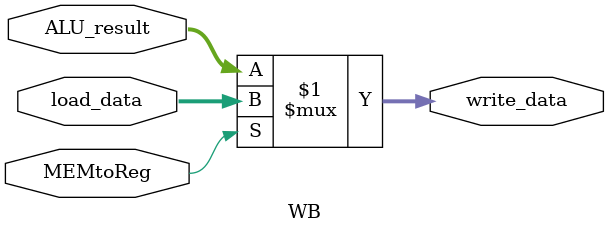
<source format=v>
`timescale 1ns / 1ps


module WB(
    input wire MEMtoReg,
    input wire[31:0] load_data,
    input wire[31:0] ALU_result,
    output wire[31:0] write_data
);
    assign write_data = MEMtoReg ? load_data : ALU_result;
endmodule

</source>
